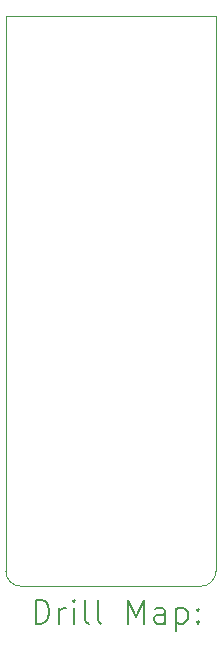
<source format=gbr>
%TF.GenerationSoftware,KiCad,Pcbnew,(6.0.7)*%
%TF.CreationDate,2022-08-02T21:04:02-07:00*%
%TF.ProjectId,Bike Flamingo for Itsy Bitsy 5V 16MHz_ USB Power Rev 1,42696b65-2046-46c6-916d-696e676f2066,rev?*%
%TF.SameCoordinates,Original*%
%TF.FileFunction,Drillmap*%
%TF.FilePolarity,Positive*%
%FSLAX45Y45*%
G04 Gerber Fmt 4.5, Leading zero omitted, Abs format (unit mm)*
G04 Created by KiCad (PCBNEW (6.0.7)) date 2022-08-02 21:04:02*
%MOMM*%
%LPD*%
G01*
G04 APERTURE LIST*
%ADD10C,0.100000*%
%ADD11C,0.200000*%
G04 APERTURE END LIST*
D10*
X13462000Y-8382000D02*
X13462000Y-13081000D01*
X13335000Y-13208000D02*
G75*
G03*
X13462000Y-13081000I0J127000D01*
G01*
X11811000Y-13208000D02*
X13335000Y-13208000D01*
X11684000Y-13081000D02*
G75*
G03*
X11811000Y-13208000I127000J0D01*
G01*
X11684000Y-13081000D02*
X11684000Y-8382000D01*
X11684000Y-8382000D02*
X13462000Y-8382000D01*
D11*
X11936619Y-13523476D02*
X11936619Y-13323476D01*
X11984238Y-13323476D01*
X12012809Y-13333000D01*
X12031857Y-13352048D01*
X12041381Y-13371095D01*
X12050905Y-13409190D01*
X12050905Y-13437762D01*
X12041381Y-13475857D01*
X12031857Y-13494905D01*
X12012809Y-13513952D01*
X11984238Y-13523476D01*
X11936619Y-13523476D01*
X12136619Y-13523476D02*
X12136619Y-13390143D01*
X12136619Y-13428238D02*
X12146143Y-13409190D01*
X12155667Y-13399667D01*
X12174714Y-13390143D01*
X12193762Y-13390143D01*
X12260428Y-13523476D02*
X12260428Y-13390143D01*
X12260428Y-13323476D02*
X12250905Y-13333000D01*
X12260428Y-13342524D01*
X12269952Y-13333000D01*
X12260428Y-13323476D01*
X12260428Y-13342524D01*
X12384238Y-13523476D02*
X12365190Y-13513952D01*
X12355667Y-13494905D01*
X12355667Y-13323476D01*
X12489000Y-13523476D02*
X12469952Y-13513952D01*
X12460428Y-13494905D01*
X12460428Y-13323476D01*
X12717571Y-13523476D02*
X12717571Y-13323476D01*
X12784238Y-13466333D01*
X12850905Y-13323476D01*
X12850905Y-13523476D01*
X13031857Y-13523476D02*
X13031857Y-13418714D01*
X13022333Y-13399667D01*
X13003286Y-13390143D01*
X12965190Y-13390143D01*
X12946143Y-13399667D01*
X13031857Y-13513952D02*
X13012809Y-13523476D01*
X12965190Y-13523476D01*
X12946143Y-13513952D01*
X12936619Y-13494905D01*
X12936619Y-13475857D01*
X12946143Y-13456809D01*
X12965190Y-13447286D01*
X13012809Y-13447286D01*
X13031857Y-13437762D01*
X13127095Y-13390143D02*
X13127095Y-13590143D01*
X13127095Y-13399667D02*
X13146143Y-13390143D01*
X13184238Y-13390143D01*
X13203286Y-13399667D01*
X13212809Y-13409190D01*
X13222333Y-13428238D01*
X13222333Y-13485381D01*
X13212809Y-13504428D01*
X13203286Y-13513952D01*
X13184238Y-13523476D01*
X13146143Y-13523476D01*
X13127095Y-13513952D01*
X13308048Y-13504428D02*
X13317571Y-13513952D01*
X13308048Y-13523476D01*
X13298524Y-13513952D01*
X13308048Y-13504428D01*
X13308048Y-13523476D01*
X13308048Y-13399667D02*
X13317571Y-13409190D01*
X13308048Y-13418714D01*
X13298524Y-13409190D01*
X13308048Y-13399667D01*
X13308048Y-13418714D01*
M02*

</source>
